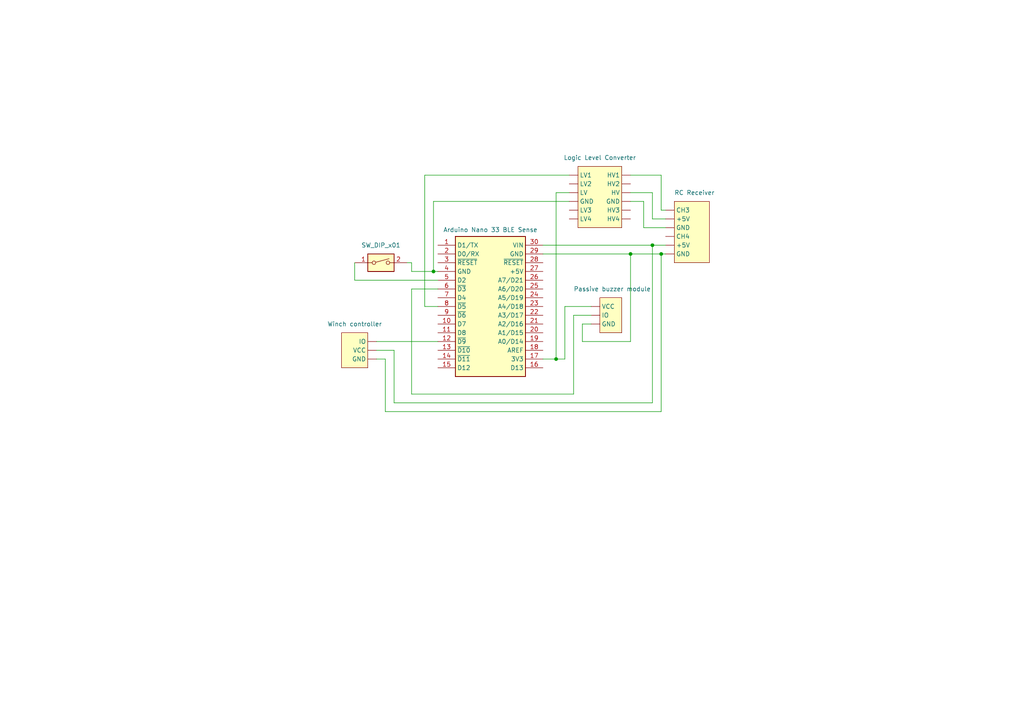
<source format=kicad_sch>
(kicad_sch (version 20211123) (generator eeschema)
  (paper "A4")
  (lib_symbols
    (symbol "Switch:SW_DIP_x01" (pin_names (offset 0) hide)
      (property "Reference" "SW" (at 0 3.81 0))
      (property "Value" "SW_DIP_x01" (at 0 -3.81 0))
      (symbol "SW_DIP_x01_0_0"
        (circle (center -2.032 0) (radius 0.508))
        (polyline (pts (xy -1.524 0.127) (xy 2.3622 1.1684)))
        (circle (center 2.032 0) (radius 0.508))
      )
      (symbol "SW_DIP_x01_0_1"
        (rectangle (start -3.81 2.54) (end 3.81 -2.54) (stroke (width 0.254)) (fill (type background)))
      )
      (symbol "SW_DIP_x01_1_1"
        (pin passive line (at -7.62 0 0) (length 5.08) (name "~") (number "1"))
        (pin passive line (at 7.62 0 180) (length 5.08) (name "~") (number "2"))
      )
    )
    (symbol "rc-inclinometer-unit-custom-library:Logic Level Converter"
      (property "Value" "Logic Level Converter" (at 0 11.43 0))
      (symbol "Logic Level Converter_0_0"
        (pin unspecified line (at -8.89 -1.27 0) (length 2.54) (name "GND") (number ""))
        (pin unspecified line (at 8.89 -1.27 180) (length 2.54) (name "GND") (number ""))
        (pin unspecified line (at 8.89 1.27 180) (length 2.54) (name "HV") (number ""))
        (pin unspecified line (at 8.89 6.35 180) (length 2.54) (name "HV1") (number ""))
        (pin unspecified line (at 8.89 3.81 180) (length 2.54) (name "HV2") (number ""))
        (pin unspecified line (at 8.89 -3.81 180) (length 2.54) (name "HV3") (number ""))
        (pin unspecified line (at 8.89 -6.35 180) (length 2.54) (name "HV4") (number ""))
        (pin unspecified line (at -8.89 1.27 0) (length 2.54) (name "LV") (number ""))
        (pin unspecified line (at -8.89 6.35 0) (length 2.54) (name "LV1") (number ""))
        (pin unspecified line (at -8.89 3.81 0) (length 2.54) (name "LV2") (number ""))
        (pin unspecified line (at -8.89 -3.81 0) (length 2.54) (name "LV3") (number ""))
        (pin unspecified line (at -8.89 -6.35 0) (length 2.54) (name "LV4") (number ""))
      )
      (symbol "Logic Level Converter_0_1"
        (rectangle (start -6.35 8.89) (end 6.35 -8.89) (fill (type background)))
      )
    )
    (symbol "rc-inclinometer-unit-custom-library:Passive buzzer module"
      (property "Value" "Passive buzzer module" (at 0 5.08 0))
      (symbol "Passive buzzer module_0_1"
        (rectangle (start -5.08 2.54) (end 5.08 -3.81) (fill (type background)))
      )
      (symbol "Passive buzzer module_1_1"
        (pin input line (at 2.54 -6.35 90) (length 2.54) (name "GND") (number ""))
        (pin input line (at 0 -6.35 90) (length 2.54) (name "IO") (number ""))
        (pin input line (at -2.54 -6.35 90) (length 2.54) (name "VCC") (number ""))
      )
    )
    (symbol "rc-inclinometer-unit-custom-library:RC Receiver"
      (property "Value" "RC Receiver" (at 0 1.27 0))
      (symbol "RC Receiver_0_1"
        (rectangle (start -5.08 -1.27) (end 5.08 -19.05) (fill (type background)))
      )
      (symbol "RC Receiver_1_1"
        (pin output line (at -7.62 -13.97 0) (length 2.54) (name "+5V") (number ""))
        (pin output line (at -7.62 -6.35 0) (length 2.54) (name "+5V") (number ""))
        (pin output line (at -7.62 -3.81 0) (length 2.54) (name "CH3") (number ""))
        (pin output line (at -7.62 -11.43 0) (length 2.54) (name "CH4") (number ""))
        (pin output line (at -7.62 -16.51 0) (length 2.54) (name "GND") (number ""))
        (pin output line (at -7.62 -8.89 0) (length 2.54) (name "GND") (number ""))
      )
    )
    (symbol "rc-inclinometer-unit-custom-library:Winch controller"
      (property "Value" "Winch controller" (at 0 0 0))
      (symbol "Winch controller_0_1"
        (rectangle (start -3.81 -2.54) (end 3.81 -12.7) (fill (type background)))
      )
      (symbol "Winch controller_1_1"
        (pin input line (at -6.35 -10.16 0) (length 2.54) (name "GND") (number ""))
        (pin input line (at -6.35 -5.08 0) (length 2.54) (name "IO") (number ""))
        (pin input line (at -6.35 -7.62 0) (length 2.54) (name "VCC") (number ""))
      )
    )
    (symbol "rc-inclinometer-unit-rescue:Arduino_Nano-Arduino"
      (property "Reference" "U" (at -10.16 24.13 0))
      (property "Value" "Arduino_Nano-Arduino" (at -10.16 22.86 0))
      (symbol "Arduino_Nano-Arduino_0_1"
        (rectangle (start -10.16 20.32) (end 10.16 -20.32) (stroke (width 0.254)) (fill (type background)))
      )
      (symbol "Arduino_Nano-Arduino_1_1"
        (pin bidirectional line (at -15.24 17.78 0) (length 5.08) (name "D1/TX") (number "1"))
        (pin bidirectional line (at -15.24 -5.08 0) (length 5.08) (name "D7") (number "10"))
        (pin bidirectional line (at -15.24 -7.62 0) (length 5.08) (name "D8") (number "11"))
        (pin bidirectional line (at -15.24 -10.16 0) (length 5.08) (name "~{D9}") (number "12"))
        (pin bidirectional line (at -15.24 -12.7 0) (length 5.08) (name "~{D10}") (number "13"))
        (pin bidirectional line (at -15.24 -15.24 0) (length 5.08) (name "~{D11}") (number "14"))
        (pin bidirectional line (at -15.24 -17.78 0) (length 5.08) (name "D12") (number "15"))
        (pin bidirectional line (at 15.24 -17.78 180) (length 5.08) (name "D13") (number "16"))
        (pin power_out line (at 15.24 -15.24 180) (length 5.08) (name "3V3") (number "17"))
        (pin input line (at 15.24 -12.7 180) (length 5.08) (name "AREF") (number "18"))
        (pin bidirectional line (at 15.24 -10.16 180) (length 5.08) (name "A0/D14") (number "19"))
        (pin bidirectional line (at -15.24 15.24 0) (length 5.08) (name "D0/RX") (number "2"))
        (pin bidirectional line (at 15.24 -7.62 180) (length 5.08) (name "A1/D15") (number "20"))
        (pin bidirectional line (at 15.24 -5.08 180) (length 5.08) (name "A2/D16") (number "21"))
        (pin bidirectional line (at 15.24 -2.54 180) (length 5.08) (name "A3/D17") (number "22"))
        (pin bidirectional line (at 15.24 0 180) (length 5.08) (name "A4/D18") (number "23"))
        (pin bidirectional line (at 15.24 2.54 180) (length 5.08) (name "A5/D19") (number "24"))
        (pin bidirectional line (at 15.24 5.08 180) (length 5.08) (name "A6/D20") (number "25"))
        (pin bidirectional line (at 15.24 7.62 180) (length 5.08) (name "A7/D21") (number "26"))
        (pin power_out line (at 15.24 10.16 180) (length 5.08) (name "+5V") (number "27"))
        (pin input line (at 15.24 12.7 180) (length 5.08) (name "~{RESET}") (number "28"))
        (pin power_in line (at 15.24 15.24 180) (length 5.08) (name "GND") (number "29"))
        (pin input line (at -15.24 12.7 0) (length 5.08) (name "~{RESET}") (number "3"))
        (pin power_in line (at 15.24 17.78 180) (length 5.08) (name "VIN") (number "30"))
        (pin power_in line (at -15.24 10.16 0) (length 5.08) (name "GND") (number "4"))
        (pin bidirectional line (at -15.24 7.62 0) (length 5.08) (name "D2") (number "5"))
        (pin bidirectional line (at -15.24 5.08 0) (length 5.08) (name "~{D3}") (number "6"))
        (pin bidirectional line (at -15.24 2.54 0) (length 5.08) (name "D4") (number "7"))
        (pin bidirectional line (at -15.24 0 0) (length 5.08) (name "~{D5}") (number "8"))
        (pin bidirectional line (at -15.24 -2.54 0) (length 5.08) (name "~{D6}") (number "9"))
      )
    )
  )
  (junction (at 182.88 73.66))
  (junction (at 191.77 73.66))
  (junction (at 125.73 78.74))
  (junction (at 189.23 71.12))
  (junction (at 161.29 104.14))
  (wire (pts (xy 119.38 78.74) (xy 119.38 76.2)))
  (wire (pts (xy 109.22 101.6) (xy 114.3 101.6)))
  (wire (pts (xy 163.83 88.9) (xy 171.45 88.9)))
  (wire (pts (xy 182.88 73.66) (xy 182.88 99.06)))
  (wire (pts (xy 182.88 50.8) (xy 191.77 50.8)))
  (wire (pts (xy 189.23 63.5) (xy 189.23 55.88)))
  (wire (pts (xy 161.29 104.14) (xy 163.83 104.14)))
  (wire (pts (xy 189.23 71.12) (xy 193.04 71.12)))
  (wire (pts (xy 114.3 101.6) (xy 114.3 116.84)))
  (wire (pts (xy 189.23 71.12) (xy 189.23 116.84)))
  (wire (pts (xy 191.77 73.66) (xy 191.77 119.38)))
  (wire (pts (xy 102.87 81.28) (xy 127 81.28)))
  (wire (pts (xy 119.38 78.74) (xy 125.73 78.74)))
  (wire (pts (xy 193.04 63.5) (xy 189.23 63.5)))
  (wire (pts (xy 157.48 73.66) (xy 182.88 73.66)))
  (wire (pts (xy 111.76 119.38) (xy 191.77 119.38)))
  (wire (pts (xy 125.73 78.74) (xy 125.73 58.42)))
  (wire (pts (xy 161.29 104.14) (xy 161.29 55.88)))
  (wire (pts (xy 193.04 66.04) (xy 186.69 66.04)))
  (wire (pts (xy 119.38 114.3) (xy 166.37 114.3)))
  (wire (pts (xy 161.29 55.88) (xy 165.1 55.88)))
  (wire (pts (xy 127 83.82) (xy 119.38 83.82)))
  (wire (pts (xy 114.3 116.84) (xy 189.23 116.84)))
  (wire (pts (xy 123.19 50.8) (xy 165.1 50.8)))
  (wire (pts (xy 123.19 88.9) (xy 123.19 50.8)))
  (wire (pts (xy 166.37 91.44) (xy 171.45 91.44)))
  (wire (pts (xy 191.77 73.66) (xy 193.04 73.66)))
  (wire (pts (xy 157.48 104.14) (xy 161.29 104.14)))
  (wire (pts (xy 171.45 93.98) (xy 168.91 93.98)))
  (wire (pts (xy 109.22 104.14) (xy 111.76 104.14)))
  (wire (pts (xy 125.73 58.42) (xy 165.1 58.42)))
  (wire (pts (xy 182.88 73.66) (xy 191.77 73.66)))
  (wire (pts (xy 189.23 55.88) (xy 182.88 55.88)))
  (wire (pts (xy 193.04 60.96) (xy 191.77 60.96)))
  (wire (pts (xy 109.22 99.06) (xy 127 99.06)))
  (wire (pts (xy 191.77 60.96) (xy 191.77 50.8)))
  (wire (pts (xy 111.76 104.14) (xy 111.76 119.38)))
  (wire (pts (xy 102.87 81.28) (xy 102.87 76.2)))
  (wire (pts (xy 125.73 78.74) (xy 127 78.74)))
  (wire (pts (xy 186.69 66.04) (xy 186.69 58.42)))
  (wire (pts (xy 119.38 83.82) (xy 119.38 114.3)))
  (wire (pts (xy 157.48 71.12) (xy 189.23 71.12)))
  (wire (pts (xy 168.91 93.98) (xy 168.91 99.06)))
  (wire (pts (xy 123.19 88.9) (xy 127 88.9)))
  (wire (pts (xy 168.91 99.06) (xy 182.88 99.06)))
  (wire (pts (xy 166.37 114.3) (xy 166.37 91.44)))
  (wire (pts (xy 118.11 76.2) (xy 119.38 76.2)))
  (wire (pts (xy 182.88 58.42) (xy 186.69 58.42)))
  (wire (pts (xy 163.83 104.14) (xy 163.83 88.9)))
  (symbol (lib_id "rc-inclinometer-unit-rescue:Arduino_Nano-Arduino") (at 142.24 88.9 0) (unit 1)
    (property "Reference" "U?" (effects hide))
    (property "Value" "Arduino Nano 33 BLE Sense" (at 142.24 66.6496 0))
    (property "Footprint" "Arduino:Arduino_Nano" (effects hide))
    (property "Datasheet" "https://store.arduino.cc/usa/arduino-nano" (effects hide))
  )
  (symbol (lib_id "Switch:SW_DIP_x01") (at 110.49 76.2 0) (unit 1)
    (property "Reference" "SW?" (effects hide))
    (property "Value" "SW_DIP_x01" (at 110.49 71.12 0))
  )
  (symbol (lib_id "rc-inclinometer-unit-custom-library:Winch controller") (at 102.87 93.98 0) (mirror y) (unit 1)
    (property "Reference" "U?" (effects hide))
    (property "Value" "Winch controller" (at 102.87 93.98 0))
  )
  (symbol (lib_id "rc-inclinometer-unit-custom-library:Logic Level Converter") (at 173.99 57.15 0) (unit 1)
    (property "Reference" "U?" (effects hide))
    (property "Value" "Logic Level Converter" (at 173.99 45.72 0))
  )
  (symbol (lib_id "rc-inclinometer-unit-custom-library:Passive buzzer module") (at 177.8 91.44 270) (unit 1)
    (property "Reference" "U?" (effects hide))
    (property "Value" "Passive buzzer module" (at 166.37 83.82 90) (effects (justify left)))
  )
  (symbol (lib_id "rc-inclinometer-unit-custom-library:RC Receiver") (at 200.66 57.15 0) (unit 1)
    (property "Reference" "U?" (effects hide))
    (property "Value" "RC Receiver" (at 195.58 55.88 0) (effects (justify left)))
  )
)
</source>
